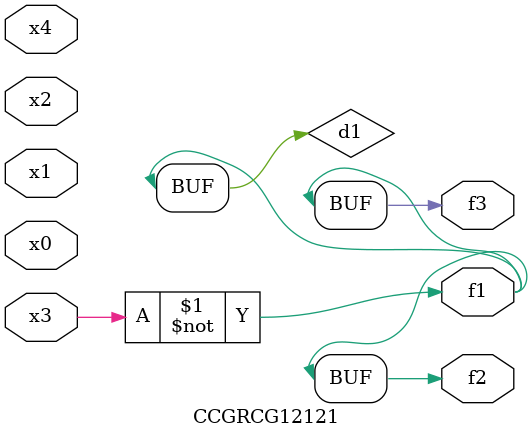
<source format=v>
module CCGRCG12121(
	input x0, x1, x2, x3, x4,
	output f1, f2, f3
);

	wire d1, d2;

	xnor (d1, x3);
	not (d2, x1);
	assign f1 = d1;
	assign f2 = d1;
	assign f3 = d1;
endmodule

</source>
